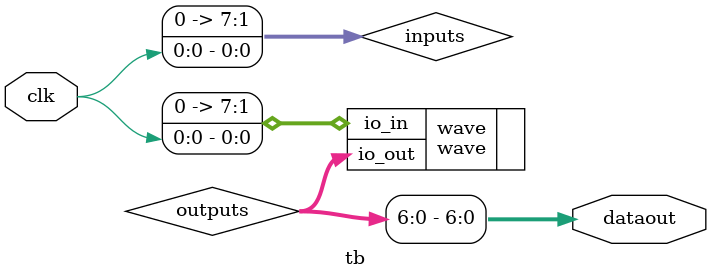
<source format=v>
`default_nettype none
`timescale 1ns/1ps

module tb (
    input clk,
    output [6:0] dataout
    );

    initial begin
        $dumpfile ("tb.vcd");
        $dumpvars (0, tb);
        #1;
    end

    wire [7:0] inputs = {7'b0, clk};
    wire [7:0] outputs;
    assign dataout = outputs[6:0];

    wave wave (
        .io_in (inputs),
        .io_out (outputs)
    );

endmodule

</source>
